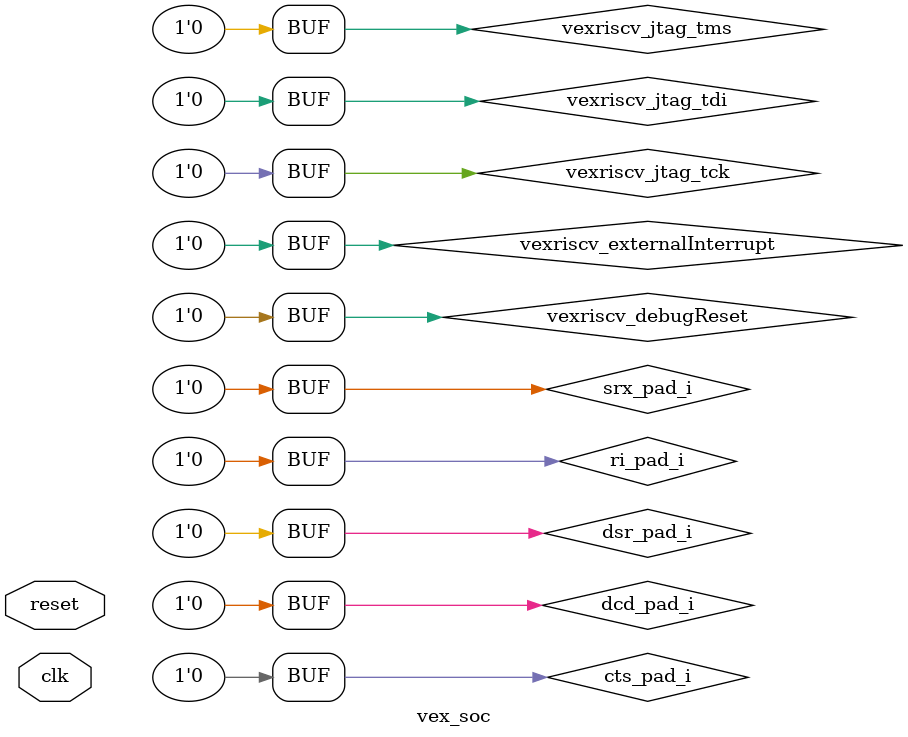
<source format=v>
/*
Top-level module for the Vexriscv SoC with AXI RAM and AXI Interconnect
*/
`default_nettype none

module vex_soc (
    input wire      reset,
    input wire      clk
);
    wire   	      	vexriscv_dBusAxi_ar_ready;
    wire   	      	vexriscv_dBusAxi_aw_ready;
    wire    [7:0] 	vexriscv_dBusAxi_b_payload_id;
    wire    [1:0] 	vexriscv_dBusAxi_b_payload_resp;
    wire          	vexriscv_dBusAxi_b_valid;
    reg    	[31:0]	vexriscv_dBusAxi_rf_payload_data;
    wire   	[7:0] 	vexriscv_dBusAxi_r_payload_id;
    wire          	vexriscv_dBusAxi_r_payload_last;
    wire    [1:0] 	vexriscv_dBusAxi_r_payload_resp;
    wire   	      	vexriscv_dBusAxi_r_valid;
    wire    	    vexriscv_dBusAxi_w_ready;
    wire   	      	vexriscv_debugReset = 1'd0;
    wire   	      	vexriscv_externalInterrupt  = 1'd0;
    wire          	vexriscv_iBusAxi_ar_ready;
    wire    [31:0]	vexriscv_iBusAxi_r_payload_data;
    wire    [7:0] 	vexriscv_iBusAxi_r_payload_id;
    wire          	vexriscv_iBusAxi_r_payload_last;
    wire    [1:0] 	vexriscv_iBusAxi_r_payload_resp;
    wire          	vexriscv_iBusAxi_r_valid;
    reg    	      	vexriscv_jtag_tck = 1'd0;
    reg    	      	vexriscv_jtag_tdi = 1'd0;
    reg    	      	vexriscv_jtag_tms = 1'd0;
    wire   	      	vexriscv_reset;
    wire 	[2:0] 	vexriscv_dBusAxi_ar_payload_size;
    wire 	[3:0] 	vexriscv_dBusAxi_ar_payload_qos;
    wire 	[7:0] 	vexriscv_dBusAxi_ar_payload_id;
    wire   	      	vexriscv_iBusAxi_ar_valid;
    reg    	      	vexriscv_iBusAxi_ar_first;
    reg    	      	vexriscv_iBusAxi_ar_last;
    wire 	[31:0]	vexriscv_iBusAxi_ar_payload_addr;
    wire 	[1:0] 	vexriscv_iBusAxi_ar_payload_burst;
    wire 	[7:0] 	vexriscv_iBusAxi_ar_payload_len;
    wire 	[2:0] 	vexriscv_iBusAxi_ar_payload_size;
    wire 	[1:0] 	vexriscv_iBusAxi_ar_payload_lock;
    wire 	[2:0] 	vexriscv_iBusAxi_ar_payload_prot;
    wire	[3:0] 	vexriscv_iBusAxi_ar_payload_cache;
    wire 	[3:0] 	vexriscv_iBusAxi_ar_payload_qos;
    wire   	      	vexriscv_dBusAxi_ar_valid;
    reg    	      	vexriscv_dBusAxi_ar_first;
    reg    	      	vexriscv_dBusAxi_ar_last;
    wire 	[31:0]	vexriscv_dBusAxi_ar_payload_addr;
    wire 	[1:0] 	vexriscv_dBusAxi_ar_payload_burst;
    wire 	[7:0] 	vexriscv_dBusAxi_ar_payload_len;
    wire   	      	vexriscv_dBusAxi_ar_payload_lock;
    wire 	[2:0] 	vexriscv_dBusAxi_ar_payload_prot;
    wire	[31:0]	vexriscv_dBusAxi_r_payload_data;
    wire	[3:0] 	vexriscv_dBusAxi_ar_payload_cache;
    wire	[31:0]	vexriscv_dBusAxi_aw_payload_addr;
    wire	[1:0] 	vexriscv_dBusAxi_aw_payload_burst;
    wire	[7:0] 	vexriscv_dBusAxi_aw_payload_len;
    wire	[3:0] 	vexriscv_dBusAxi_aw_payload_size;
    wire   	      	vexriscv_dBusAxi_aw_payload_lock;
    wire	[2:0] 	vexriscv_dBusAxi_aw_payload_prot;
    wire	[3:0] 	vexriscv_dBusAxi_aw_payload_cache;
    wire	[3:0] 	vexriscv_dBusAxi_aw_payload_qos;
    wire   	      	vexriscv_dBusAxi_aw_payload_id;
    wire   	      	vexriscv_dBusAxi_aw_valid;
    reg    	      	vexriscv_dBusAxi_aw_first;
    reg    	      	vexriscv_dBusAxi_aw_last;
    wire   	      	vexriscv_dBusAxi_b_ready;
    wire   	      	vexriscv_dBusAxi_r_ready;
    wire   	      	vexriscv_iBusAxi_r_ready;
    wire	[31:0]	vexriscv_dBusAxi_w_payload_data;
    wire	[31:0]	axilitesram1_dat_w;
    wire	[3:0] 	vexriscv_dBusAxi_w_payload_strb;
    wire   	      	vexriscv_dBusAxi_w_last;
    wire   	      	vexriscv_dBusAxi_w_valid;
    wire   	      	vexriscv_iBusAxi_ar_payload_id;
    wire   	      	vexriscv_jtag_tdo;
    wire	[3:0] 	vexriscv_dBusAxi_ar_payload_region;
    wire   	      	vexriscv_dBusAxi_w_payload_last;
    wire   			vexriscv_dBusAxi_aw_payload_user;
    wire			vexriscv_dBusAxi_w_payload_user;
    wire			vexriscv_dBusAxi_b_payload_user;
    wire			vexriscv_dBusAxi_ar_payload_user;
    wire			vexriscv_dBusAxi_r_payload_user;
    wire   	      	vexriscv5;
    wire   	      	vexriscv6;
    wire   	      	vexriscv7;
    wire   	      	vexriscv8;
    wire    [7:0]  	axi4_m00_axi_awid;
    wire    [31:0] 	axi4_m00_axi_awaddr;
    wire    [7:0]   axi4_m00_axi_awlen;
    wire    [2:0]   axi4_m00_axi_awsize;
    wire    [1:0]   axi4_m00_axi_awburst;
    wire           	axi4_m00_axi_awlock;
    wire    [3:0]   axi4_m00_axi_awcache;
    wire    [2:0]   axi4_m00_axi_awprot;
    wire           	axi4_m00_axi_awvalid;
    wire           	axi4_m00_axi_awready;
    wire    [31:0]  axi4_m00_axi_wdata;
    wire    [3:0]   axi4_m00_axi_wstrb;
    wire           	axi4_m00_axi_wlast;
    wire           	axi4_m00_axi_wvalid;
    wire           	axi4_m00_axi_wready;
    wire   	[7:0]   axi4_m00_axi_bid;
    wire   	[1:0]   axi4_m00_axi_bresp;
    wire           	axi4_m00_axi_bvalid;
    wire           	axi4_m00_axi_bready;
    wire    [7:0]   axi4_m00_axi_arid;
    wire    [31:0]  axi4_m00_axi_araddr;
    wire    [7:0]   axi4_m00_axi_arlen;
    wire    [2:0]   axi4_m00_axi_arsize;
    wire    [1:0]   axi4_m00_axi_arburst;
    wire           	axi4_m00_axi_arlock;
    wire    [3:0]   axi4_m00_axi_arcache;
    wire    [2:0]   axi4_m00_axi_arprot;
    wire           	axi4_m00_axi_arvalid;
    wire           	axi4_m00_axi_arready;
    wire   	[7:0]   axi4_m00_axi_rid;
    wire   	[31:0]  axi4_m00_axi_rdata;
    wire   	[1:0]   axi4_m00_axi_rresp;
    wire           	axi4_m00_axi_rlast;
    wire           	axi4_m00_axi_rvalid;
    wire            axi4_m00_axi_rready;
    wire			axi4_m00_axi_buser;
    wire 			axi4_m00_axi_ruser;
    wire            	o_int;

    //-----------AXI4 interconnect----------

    wire     [7:0]  axi4_m01_axi_awid;
    wire     [31:0] axi4_m01_axi_awaddr;
    wire     [7:0]  axi4_m01_axi_awlen;
    wire     [2:0]  axi4_m01_axi_awsize;
    wire     [1:0]  axi4_m01_axi_awburst;
    wire       	    axi4_m01_axi_awlock;
    wire     [3:0]  axi4_m01_axi_awcache;
    wire     [2:0]  axi4_m01_axi_awprot;
    wire            axi4_m01_axi_awvalid;
    wire            axi4_m01_axi_awready;
    wire     [31:0] axi4_m01_axi_wdata;
    wire     [3:0]  axi4_m01_axi_wstrb;
    wire            axi4_m01_axi_wlast;
    wire           	axi4_m01_axi_wvalid;
    wire           	axi4_m01_axi_wready;
    wire    [7:0]   axi4_m01_axi_bid;
    wire    [1:0]   axi4_m01_axi_bresp;
    wire           	axi4_m01_axi_bvalid;
    wire            axi4_m01_axi_bready;
    wire     [7:0]  axi4_m01_axi_arid;
    wire     [31:0] axi4_m01_axi_araddr;
    wire     [7:0]  axi4_m01_axi_arlen;
    wire     [2:0]  axi4_m01_axi_arsize;
    wire     [1:0]  axi4_m01_axi_arburst;
    wire            axi4_m01_axi_arlock;
    wire     [3:0]  axi4_m01_axi_arcache;
    wire     [2:0]  axi4_m01_axi_arprot;
    wire            axi4_m01_axi_arvalid;
    wire            axi4_m01_axi_arready;
    wire    [7:0]   axi4_m01_axi_rid;
    wire    [31:0]  axi4_m01_axi_rdata;
    wire    [1:0]   axi4_m01_axi_rresp;
    wire           	axi4_m01_axi_rlast;
    wire           	axi4_m01_axi_rvalid;
    wire            axi4_m01_axi_rready;
    wire			axi4_m01_axi_buser;
    wire 			axi4_m01_axi_ruser;



    wire     [7:0]  axi4_m02_axi_awid;
    wire     [31:0] axi4_m02_axi_awaddr;
    wire     [7:0]  axi4_m02_axi_awlen;
    wire     [2:0]  axi4_m02_axi_awsize;
    wire     [1:0]  axi4_m02_axi_awburst;
    wire       	    axi4_m02_axi_awlock;
    wire     [3:0]  axi4_m02_axi_awcache;
    wire     [2:0]  axi4_m02_axi_awprot;
    wire            axi4_m02_axi_awvalid;
    wire            axi4_m02_axi_awready;
    wire     [31:0] axi4_m02_axi_wdata;
    wire     [3:0]  axi4_m02_axi_wstrb;
    wire            axi4_m02_axi_wlast;
    wire            axi4_m02_axi_wvalid;
    wire           	axi4_m02_axi_wready;
    wire    [7:0]   axi4_m02_axi_bid;
    wire    [1:0]   axi4_m02_axi_bresp;
    wire           	axi4_m02_axi_bvalid;
    wire            axi4_m02_axi_bready;
    wire     [7:0]  axi4_m02_axi_arid;
    wire     [31:0] axi4_m02_axi_araddr;
    wire     [7:0]  axi4_m02_axi_arlen;
    wire     [2:0]  axi4_m02_axi_arsize;
    wire     [1:0]  axi4_m02_axi_arburst;
    wire            axi4_m02_axi_arlock;
    wire     [3:0]  axi4_m02_axi_arcache;
    wire     [2:0]  axi4_m02_axi_arprot;
    wire            axi4_m02_axi_arvalid;
    wire           	axi4_m02_axi_arready;
    wire    [7:0]   axi4_m02_axi_rid;
    wire    [31:0]  axi4_m02_axi_rdata;
    wire    [1:0]   axi4_m02_axi_rresp;
    wire           	axi4_m02_axi_rlast;
    wire           	axi4_m02_axi_rvalid;
    wire            axi4_m02_axi_rready;
    wire			axi4_m02_axi_buser;
    wire 			axi4_m02_axi_ruser;

//----------------offset_remove_comb-----
    wire    [31:0] 	axi_addr;
    wire    [31:0] 	addr_without_offset;
//-----------AXI2AXILite Interconnections


    wire    [31:0]  axi2axil_awaddr;
    wire    [2:0]   axi2axil_awprot;
    wire            axi2axil_awvalid;
    wire            axi2axil_awready;
    wire    [31:0]  axi2axil_wdata;
    wire    [3:0]   axi2axil_wstrb;
    wire            axi2axil_wvalid;
    wire            axi2axil_wready;
    wire    [1:0]   axi2axil_bresp;
    wire            axi2axil_bvalid;
    wire            axi2axil_bready;
    wire    [31:0]  axi2axil_araddr;
    wire    [2:0]   axi2axil_arprot;
    wire            axi2axil_arvalid;
    wire            axi2axil_arready;
    wire            axi2axil_rvalid;
    wire            axi2axil_rready;
    wire    [31:0]  axi2axil_rdata;
    wire    [1:0]   axi2axil_rresp; 



//------	-Ram--	---------------    
    reg 	[7:0] 	ram_s_axi_awid; 
    reg 	[31:0]	ram_s_axi_awaddr; 
    reg 	[7:0] 	ram_s_axi_awlen; 
    reg 	[2:0] 	ram_s_axi_awsize; 
    reg 	[1:0] 	ram_s_axi_awburst; 
    reg 	      	ram_s_axi_awlock; 
    reg 	[3:0] 	ram_s_axi_awcache; 
    reg 	[2:0] 	ram_s_axi_awprot; 
    reg 	      	ram_s_axi_awvalid; 
    wire	      	ram_s_axi_awready; 
    reg 	[31:0]	ram_s_axi_wdata; 
    reg 	[3:0] 	ram_s_axi_wstrb; 
    reg 	      	ram_s_axi_wlast; 
    reg 	      	ram_s_axi_wvalid; 
    wire	      	ram_s_axi_wready; 
    wire	[7:0] 	ram_s_axi_bid; 
    wire	[1:0] 	ram_s_axi_bresp; 
    wire	      	ram_s_axi_bvalid; 
    reg 	      	ram_s_axi_bready; 
    reg 	[7:0] 	ram_s_axi_arid; 
    reg 	[31:0]	ram_s_axi_araddr; 
    reg 	[7:0] 	ram_s_axi_arlen; 
    reg 	[2:0] 	ram_s_axi_arsize; 
    reg 	[1:0] 	ram_s_axi_arburst; 
    reg 	      	ram_s_axi_arlock; 
    reg 	[3:0] 	ram_s_axi_arcache; 
    reg 	[2:0] 	ram_s_axi_arprot; 
    reg 	      	ram_s_axi_arvalid; 
    wire	      	ram_s_axi_arready; 
    wire	[7:0] 	ram_s_axi_rid; 
    wire	[31:0]	ram_s_axi_rdata; 
    wire	[1:0] 	ram_s_axi_rresp; 
    wire	      	ram_s_axi_rlast; 
    wire	      	ram_s_axi_rvalid; 

//------------AXILite Interconnect---------//
    wire            axil_m00_awvalid;
    wire            axil_m00_awready;
    wire   [31:0]   axil_m00_awaddr;
    wire   [2:0]    axil_m00_awprot;
    wire            axil_m00_wvalid;
    wire            axil_m00_wready;
    wire   [31:0]   axil_m00_wdata;
    wire   [3:0]    axil_m00_wstrb;
    wire            axil_m00_bvalid;
    wire            axil_m00_bready;
    wire   [1:0]    axil_m00_bresp;
    wire            axil_m00_arvalid;
    wire            axil_m00_arready;
    wire   [31:0]   axil_m00_araddr;
    wire   [2:0]    axil_m00_arprot;
    wire            axil_m00_rvalid;
    wire            axil_m00_rready;
    wire   [1:0]    axil_m00_rresp;
    wire   [31:0]   axil_m00_rdata;
    wire            axil_m01_awvalid;
    wire            axil_m01_awready;
    wire   [31:0]   axil_m01_awaddr;
    wire   [2:0]    axil_m01_awprot;
    wire            axil_m01_wvalid;
    wire            axil_m01_wready;
    wire   [31:0]   axil_m01_wdata;
    wire   [3:0]    axil_m01_wstrb;
    wire            axil_m01_bvalid;
    wire            axil_m01_bready;
    wire   [1:0]    axil_m01_bresp;
    wire            axil_m01_arvalid;
    wire            axil_m01_arready;
    wire   [31:0]   axil_m01_araddr;
    wire   [2:0]    axil_m01_arprot;
    wire            axil_m01_rvalid;
    wire            axil_m01_rready;
    wire   [1:0]    axil_m01_rresp;
    wire   [31:0]   axil_m01_rdata;


//------------Uart ports---------------------------
    wire            int_o;
    reg             srx_pad_i = 1'd0;
    wire            stx_pad_o;
    wire            rts_pad_o;
    reg             cts_pad_i = 1'd0;
    wire            dtr_pad_o;
    reg             dsr_pad_i = 1'd0;
    reg             ri_pad_i = 1'd0;
    reg             dcd_pad_i = 1'd0;

//----------------Instansiation------------//
	// Turning 8 bit data to 32 bit for compatibility
    wire     [31:0]  temp_wire;
    assign temp_wire = {axil_m01_rdata, axil_m01_rdata, axil_m01_rdata, axil_m01_rdata};


//-----------Instruction AXI RAM----------

axi_ram ram_inst(
    .clk						(clk),
    .rst						(reset),
    .s_axi_awid					(ram_s_axi_awid),
    .s_axi_awaddr				(ram_s_axi_awaddr),
    .s_axi_awlen				(ram_s_axi_awlen),
    .s_axi_awsize				(ram_s_axi_awsize),
    .s_axi_awburst				(ram_s_axi_awburst),
    .s_axi_awlock				(ram_s_axi_awlock),
    .s_axi_awcache				(ram_s_axi_awcache),
    .s_axi_awprot				(ram_s_axi_awprot),
    .s_axi_awvalid				(ram_s_axi_awvalid),
    .s_axi_awready				(ram_s_axi_awready),
    .s_axi_wdata				(ram_s_axi_wdata),
    .s_axi_wstrb				(ram_s_axi_wstrb),
    .s_axi_wlast				(ram_s_axi_wlast),
    .s_axi_wvalid				(ram_s_axi_wvalid),
    .s_axi_wready				(ram_s_axi_wready),
    .s_axi_bid					(ram_s_axi_bid),
    .s_axi_bresp				(ram_s_axi_bresp),
    .s_axi_bvalid				(ram_s_axi_bvalid),
    .s_axi_bready				(ram_s_axi_bready),
    .s_axi_arid					(vexriscv_iBusAxi_ar_payload_id),
    .s_axi_araddr				(vexriscv_iBusAxi_ar_payload_addr),
    .s_axi_arlen				(vexriscv_iBusAxi_ar_payload_len),
    .s_axi_arsize				(vexriscv_iBusAxi_ar_payload_size),
    .s_axi_arburst				(vexriscv_iBusAxi_ar_payload_burst),
    .s_axi_arlock				(vexriscv_iBusAxi_ar_payload_lock),
    .s_axi_arcache				(vexriscv_iBusAxi_ar_payload_cache),
    .s_axi_arprot				(vexriscv_iBusAxi_ar_payload_prot),
    .s_axi_arvalid				(vexriscv_iBusAxi_ar_valid),
    .s_axi_arready				(vexriscv_iBusAxi_ar_ready),
    .s_axi_rid					(vexriscv_iBusAxi_r_payload_id),
    .s_axi_rdata				(vexriscv_iBusAxi_r_payload_data),
    .s_axi_rresp				(vexriscv_iBusAxi_r_payload_resp),
    .s_axi_rlast				(vexriscv_iBusAxi_r_payload_last),
    .s_axi_rvalid				(vexriscv_iBusAxi_r_valid),
    .s_axi_rready				(vexriscv_iBusAxi_r_ready)
	);




//---------------VexRiscv----------------

VexRiscvAxi4 cpu(
	.clk						(clk),
	.dBusAxi_ar_ready			(vexriscv_dBusAxi_ar_ready),
	.dBusAxi_aw_ready			(vexriscv_dBusAxi_aw_ready),
	.dBusAxi_b_payload_id		(vexriscv_dBusAxi_b_payload_id),
	.dBusAxi_b_payload_resp		(vexriscv_dBusAxi_b_payload_resp),
	.dBusAxi_b_valid			(vexriscv_dBusAxi_b_valid),
	.dBusAxi_r_payload_data		(vexriscv_dBusAxi_r_payload_data),
	.dBusAxi_r_payload_id		(vexriscv_dBusAxi_r_payload_id),
	.dBusAxi_r_payload_last		(vexriscv_dBusAxi_r_payload_last),
	.dBusAxi_r_payload_resp		(vexriscv_dBusAxi_r_payload_resp),
	.dBusAxi_r_valid			(vexriscv_dBusAxi_r_valid),
	.dBusAxi_w_ready			(vexriscv_dBusAxi_w_ready),
	.debugReset					(vexriscv_debugReset),
	.externalInterrupt			(vexriscv_externalInterrupt),
	.iBusAxi_ar_ready			(vexriscv_iBusAxi_ar_ready),
	.iBusAxi_r_payload_data		(vexriscv_iBusAxi_r_payload_data),
	.iBusAxi_r_payload_id		(vexriscv_iBusAxi_r_payload_id),
	.iBusAxi_r_payload_last		(vexriscv_iBusAxi_r_payload_last),
	.iBusAxi_r_payload_resp		(vexriscv_iBusAxi_r_payload_resp),
	.iBusAxi_r_valid			(vexriscv_iBusAxi_r_valid),
	.jtag_tck					(vexriscv_jtag_tck),
	.jtag_tdi					(vexriscv_jtag_tdi),
	.jtag_tms					(vexriscv_jtag_tms),
	.reset						(reset),
	.softwareInterrupt			(1'd0),
	.timerInterrupt				(1'd0),
	.dBusAxi_ar_payload_addr	(vexriscv_dBusAxi_ar_payload_addr),
	.dBusAxi_ar_payload_burst	(vexriscv_dBusAxi_ar_payload_burst),
	.dBusAxi_ar_payload_cache	(vexriscv_dBusAxi_ar_payload_cache),
	.dBusAxi_ar_payload_id		(vexriscv_dBusAxi_ar_payload_id),
	.dBusAxi_ar_payload_len		(vexriscv_dBusAxi_ar_payload_len),
	.dBusAxi_ar_payload_lock	(vexriscv_dBusAxi_ar_payload_lock),
	.dBusAxi_ar_payload_prot	(vexriscv_dBusAxi_ar_payload_prot),
	.dBusAxi_ar_payload_qos		(vexriscv_dBusAxi_ar_payload_qos),
	.dBusAxi_ar_payload_region	(vexriscv_dBusAxi_ar_payload_region),
	.dBusAxi_ar_payload_size	(vexriscv_dBusAxi_ar_payload_size),
	.dBusAxi_ar_valid			(vexriscv_dBusAxi_ar_valid),
	.dBusAxi_aw_payload_addr	(vexriscv_dBusAxi_aw_payload_addr),
	.dBusAxi_aw_payload_burst	(vexriscv_dBusAxi_aw_payload_burst),
	.dBusAxi_aw_payload_cache	(vexriscv_dBusAxi_aw_payload_cache),
	.dBusAxi_aw_payload_id		(vexriscv_dBusAxi_aw_payload_id),
	.dBusAxi_aw_payload_len		(vexriscv_dBusAxi_aw_payload_len),
	.dBusAxi_aw_payload_lock	(vexriscv_dBusAxi_aw_payload_lock),
	.dBusAxi_aw_payload_prot	(vexriscv_dBusAxi_aw_payload_prot),
	.dBusAxi_aw_payload_qos		(vexriscv_dBusAxi_aw_payload_qos),
	.dBusAxi_aw_payload_region	(vexriscv6),
	.dBusAxi_aw_payload_size	(vexriscv_dBusAxi_aw_payload_size),
	.dBusAxi_aw_valid			(vexriscv_dBusAxi_aw_valid),
	.dBusAxi_b_ready			(vexriscv_dBusAxi_b_ready),
	.dBusAxi_r_ready			(vexriscv_dBusAxi_r_ready),
	.dBusAxi_w_payload_data		(vexriscv_dBusAxi_w_payload_data),
	.dBusAxi_w_payload_last		(vexriscv_dBusAxi_w_payload_last),
	.dBusAxi_w_payload_strb		(vexriscv_dBusAxi_w_payload_strb),
	.dBusAxi_w_valid			(vexriscv_dBusAxi_w_valid),
	.iBusAxi_ar_payload_addr	(vexriscv_iBusAxi_ar_payload_addr),
	.iBusAxi_ar_payload_burst	(vexriscv_iBusAxi_ar_payload_burst),
	.iBusAxi_ar_payload_cache	(vexriscv_iBusAxi_ar_payload_cache),
	.iBusAxi_ar_payload_id		(vexriscv_iBusAxi_ar_payload_id),
	.iBusAxi_ar_payload_len		(vexriscv_iBusAxi_ar_payload_len),
	.iBusAxi_ar_payload_lock	(vexriscv_iBusAxi_ar_payload_lock),
	.iBusAxi_ar_payload_prot	(vexriscv_iBusAxi_ar_payload_prot),
	.iBusAxi_ar_payload_qos		(vexriscv_iBusAxi_ar_payload_qos),
	.iBusAxi_ar_payload_region	(vexriscv7),
	.iBusAxi_ar_payload_size	(vexriscv_iBusAxi_ar_payload_size),
	.iBusAxi_ar_valid			(vexriscv_iBusAxi_ar_valid),
	.iBusAxi_r_ready			(vexriscv_iBusAxi_r_ready),
	.jtag_tdo					(vexriscv5),
	.debug_resetOut				(vexriscv8)
	);


//-----------AXI2AXILite Bridge---------------------

//--------------------------------------------------

axi2axilite axi2axil(
    //----------AXI4 Slave Interface
    .S_AXI_ACLK                 (clk),
    .S_AXI_ARESETN              (!reset),
    .S_AXI_AWVALID              (vexriscv_dBusAxi_aw_valid),
    .S_AXI_AWREADY              (vexriscv_dBusAxi_aw_ready),
    .S_AXI_AWID                 (vexriscv_dBusAxi_aw_payload_id),
    .S_AXI_AWADDR               (vexriscv_dBusAxi_aw_payload_addr),
    .S_AXI_AWLEN                (vexriscv_dBusAxi_aw_payload_len),
    .S_AXI_AWSIZE               (vexriscv_dBusAxi_aw_payload_size),
    .S_AXI_AWBURST              (vexriscv_dBusAxi_aw_payload_burst),
    .S_AXI_AWLOCK               (vexriscv_dBusAxi_aw_payload_lock),
    .S_AXI_AWCACHE              (vexriscv_dBusAxi_aw_payload_cache),
    .S_AXI_AWPROT               (vexriscv_dBusAxi_aw_payload_prot),
    .S_AXI_AWQOS                (vexriscv_dBusAxi_aw_payload_qos),
    .S_AXI_WVALID               (vexriscv_dBusAxi_w_valid),
    .S_AXI_WREADY               (vexriscv_dBusAxi_w_ready),
    .S_AXI_WDATA                (vexriscv_dBusAxi_w_payload_data),
    .S_AXI_WSTRB                (vexriscv_dBusAxi_w_payload_strb),
    .S_AXI_WLAST                (vexriscv_dBusAxi_w_payload_last),
    .S_AXI_BVALID               (vexriscv_dBusAxi_b_valid),
    .S_AXI_BREADY               (vexriscv_dBusAxi_b_ready),
    .S_AXI_BID                  (vexriscv_dBusAxi_b_payload_id),
    .S_AXI_BRESP                (vexriscv_dBusAxi_b_payload_resp),
    .S_AXI_ARVALID              (vexriscv_dBusAxi_ar_valid),
    .S_AXI_ARREADY              (vexriscv_dBusAxi_ar_ready),
    .S_AXI_ARID                 (vexriscv_dBusAxi_ar_payload_id),
    .S_AXI_ARADDR               (vexriscv_dBusAxi_ar_payload_addr),
    .S_AXI_ARLEN                (vexriscv_dBusAxi_ar_payload_len),
    .S_AXI_ARSIZE               (vexriscv_dBusAxi_ar_payload_size),
    .S_AXI_ARBURST              (vexriscv_dBusAxi_ar_payload_burst),
    .S_AXI_ARLOCK               (vexriscv_dBusAxi_ar_payload_lock),
    .S_AXI_ARCACHE              (vexriscv_dBusAxi_ar_payload_cache),
    .S_AXI_ARPROT               (vexriscv_dBusAxi_ar_payload_prot),
    .S_AXI_ARQOS                (vexriscv_dBusAxi_ar_payload_qos),
    .S_AXI_RVALID               (vexriscv_dBusAxi_r_valid),
    .S_AXI_RREADY               (vexriscv_dBusAxi_r_ready),
    .S_AXI_RID                  (vexriscv_dBusAxi_r_payload_id),
    .S_AXI_RDATA                (vexriscv_dBusAxi_r_payload_data),
    .S_AXI_RRESP                (vexriscv_dBusAxi_r_payload_resp),
    .S_AXI_RLAST                (vexriscv_dBusAxi_r_payload_last),
    //----------AXI4 Lite Master Interface
    .M_AXI_AWADDR               (axi2axil_awaddr),
    .M_AXI_AWPROT               (axi2axil_awprot),
    .M_AXI_AWVALID              (axi2axil_awvalid),
    .M_AXI_AWREADY              (axi2axil_awready),
    .M_AXI_WDATA                (axi2axil_wdata),
    .M_AXI_WSTRB                (axi2axil_wstrb),
    .M_AXI_WVALID               (axi2axil_wvalid),
    .M_AXI_WREADY               (axi2axil_wready),
    .M_AXI_BRESP                (axi2axil_bresp),
    .M_AXI_BVALID               (axi2axil_bvalid),
    .M_AXI_BREADY               (axi2axil_bready),
    .M_AXI_ARADDR               (axi2axil_araddr),
    .M_AXI_ARPROT               (axi2axil_arprot),
    .M_AXI_ARVALID              (axi2axil_arvalid),
    .M_AXI_ARREADY              (axi2axil_arready),
    .M_AXI_RVALID               (axi2axil_rvalid),
    .M_AXI_RREADY               (axi2axil_rready),
    .M_AXI_RDATA                (axi2axil_rdata),
    .M_AXI_RRESP                (axi2axil_rresp)
	);

axil_interconnect_1x2 axil_interconnect_1x2 (
    .clk                        (clk),
    .rst                        (reset),
    .s00_axil_awvalid           (axi2axil_awvalid),
    .s00_axil_awready           (axi2axil_awready),
    .s00_axil_awaddr            (axi2axil_awaddr),
    .s00_axil_awprot            (axi2axil_awprot),
    .s00_axil_wvalid            (axi2axil_wvalid),
    .s00_axil_wready            (axi2axil_wready),
    .s00_axil_wdata             (axi2axil_wdata),
    .s00_axil_wstrb             (axi2axil_wstrb),
    .s00_axil_bvalid            (axi2axil_bvalid),
    .s00_axil_bready            (axi2axil_bready),
    .s00_axil_bresp             (axi2axil_bresp),
    .s00_axil_arvalid           (axi2axil_arvalid),
    .s00_axil_arready           (axi2axil_arready),
    .s00_axil_araddr            (axi2axil_araddr),
    .s00_axil_arprot            (axi2axil_arprot),
    .s00_axil_rvalid            (axi2axil_rvalid),
    .s00_axil_rready            (axi2axil_rready),
    .s00_axil_rresp             (axi2axil_rresp),
    .s00_axil_rdata             (axi2axil_rdata),
    .m00_axil_awvalid           (axil_m00_awvalid),
    .m00_axil_awready           (axil_m00_awready),
    .m00_axil_awaddr            (axil_m00_awaddr),
    .m00_axil_awprot            (axil_m00_awprot),
    .m00_axil_wvalid            (axil_m00_wvalid),
    .m00_axil_wready            (axil_m00_wready),
    .m00_axil_wdata             (axil_m00_wdata),
    .m00_axil_wstrb             (axil_m00_wstrb),
    .m00_axil_bvalid            (axil_m00_bvalid),
    .m00_axil_bready            (axil_m00_bready),
    .m00_axil_bresp             (axil_m00_bresp),
    .m00_axil_arvalid           (axil_m00_arvalid),
    .m00_axil_arready           (axil_m00_arready),
    .m00_axil_araddr            (axil_m00_araddr),
    .m00_axil_arprot            (axil_m00_arprot),
    .m00_axil_rvalid            (axil_m00_rvalid),
    .m00_axil_rready            (axil_m00_rready),
    .m00_axil_rresp             (axil_m00_rresp),
    .m00_axil_rdata             (axil_m00_rdata),
    .m01_axil_awvalid           (axil_m01_awvalid),
    .m01_axil_awready           (axil_m01_awready),
    .m01_axil_awaddr            (axil_m01_awaddr),
    .m01_axil_awprot            (axil_m01_awprot),
    .m01_axil_wvalid            (axil_m01_wvalid),
    .m01_axil_wready            (axil_m01_wready),
    .m01_axil_wdata             (axil_m01_wdata),
    .m01_axil_wstrb             (axil_m01_wstrb),
    .m01_axil_bvalid            (axil_m01_bvalid),
    .m01_axil_bready            (axil_m01_bready),
    .m01_axil_bresp             (axil_m01_bresp),
    .m01_axil_arvalid           (axil_m01_arvalid),
    .m01_axil_arready           (axil_m01_arready),
    .m01_axil_araddr            (axil_m01_araddr),
    .m01_axil_arprot            (axil_m01_arprot),
    .m01_axil_rvalid            (axil_m01_rvalid),
    .m01_axil_rready            (axil_m01_rready),
    .m01_axil_rresp             (axil_m01_rresp),
    .m01_axil_rdata             (axil_m01_rdata)

);
//-----------offset_remove_comb----------
offset_remove_comb remove_offset(
    .in_addr					(axil_m00_awaddr),
    .out_addr					(addr_without_offset)
);

//-----------AXI CDMA---------------


axi_cdma  axi_cdma (
    .S_AXI_ACLK 				(clk ),
    .S_AXI_ARESETN 				(!reset ),
    .S_AXIL_AWVALID 			(axil_m00_awvalid ),
    .S_AXIL_AWREADY 			(axil_m00_awready ),
    .S_AXIL_AWADDR 				(addr_without_offset ),
    .S_AXIL_AWPROT 				(axil_m00_awprot ),
    .S_AXIL_WVALID 				(axil_m00_wvalid ),
    .S_AXIL_WREADY 				(axil_m00_wready ),
    .S_AXIL_WDATA 				(axil_m00_wdata ),
    .S_AXIL_WSTRB 				(axil_m00_wstrb ),
    .S_AXIL_BVALID 				(axil_m00_bvalid ),
    .S_AXIL_BREADY 				(axil_m00_bready ),
    .S_AXIL_BRESP 				(axil_m00_bresp ),
    .S_AXIL_ARVALID 			(axil_m00_arvalid ),
    .S_AXIL_ARREADY 			(axil_m00_arready ),
    .S_AXIL_ARADDR 				(axil_m00_araddr ),
    .S_AXIL_ARPROT 				(axil_m00_arprot ),
    .S_AXIL_RVALID 				(axil_m00_rvalid ),
    .S_AXIL_RREADY 				(axil_m00_rready ),
    .S_AXIL_RDATA 				(axil_m00_rdata ),
    .S_AXIL_RRESP 				(axil_m00_rresp ),


    .M_AXI_AWVALID 				(axi4_m00_axi_awvalid),
    .M_AXI_AWREADY 				(axi4_m00_axi_awready ),
    .M_AXI_AWID 				(axi4_m00_axi_awid ),
    .M_AXI_AWADDR 				(axi4_m00_axi_awaddr),
    .M_AXI_AWLEN 				(axi4_m00_axi_awlen),
    .M_AXI_AWSIZE 				(axi4_m00_axi_awsize ),
    .M_AXI_AWBURST 				(axi4_m00_axi_awburst),
    .M_AXI_AWLOCK 				(axi4_m00_axi_awlock ),
    .M_AXI_AWCACHE 				(axi4_m00_axi_awcache ),
    .M_AXI_AWPROT 				(axi4_m00_axi_awprot),
    .M_AXI_AWQOS 				( ),
    .M_AXI_WVALID 				(axi4_m00_axi_wvalid),
    .M_AXI_WREADY 				(axi4_m00_axi_wready),
    .M_AXI_WDATA 				(axi4_m00_axi_wdata),
    .M_AXI_WSTRB 				(axi4_m00_axi_wstrb),
    .M_AXI_WLAST 				(axi4_m00_axi_wlast),
    .M_AXI_BVALID 				(axi4_m00_axi_bvalid),
    .M_AXI_BREADY 				(axi4_m00_axi_bready),
    .M_AXI_BID 					(axi4_m00_axi_bid),
    .M_AXI_BRESP 				(axi4_m00_axi_bresp),
    .M_AXI_ARVALID 				(axi4_m00_axi_arvalid ),
    .M_AXI_ARREADY 				(axi4_m00_axi_arready ),
    .M_AXI_ARID 				(axi4_m00_axi_arid ),
    .M_AXI_ARADDR 				(axi4_m00_axi_araddr ),
    .M_AXI_ARLEN				(axi4_m00_axi_arlen),
    .M_AXI_ARSIZE 				(axi4_m00_axi_arsize ),
    .M_AXI_ARBURST 				(axi4_m00_axi_arburst),
    .M_AXI_ARLOCK 				(axi4_m00_axi_arlock),
    .M_AXI_ARCACHE 				(axi4_m00_axi_arcache),
    .M_AXI_ARPROT 				(axi4_m00_axi_arprot),
    .M_AXI_ARQOS 				( ),
    .M_AXI_RVALID 				(axi4_m00_axi_rvalid),
    .M_AXI_RREADY 				(axi4_m00_axi_rready ),
    .M_AXI_RID 					(axi4_m00_axi_rid ),
    .M_AXI_RDATA 				(axi4_m00_axi_rdata),
    .M_AXI_RLAST 				(axi4_m00_axi_rlast ),
    .M_AXI_RRESP 				(axi4_m00_axi_rresp ),
    .o_int  					(o_int)
  );


 
//-----------AXILite UART-----------------

axi4lite_uart_top uart(
    .s_axi_aclk                 (clk),
    .s_axi_aresetn              (!reset),
    .s_axi_awvalid              (axil_m01_awvalid),
    .s_axi_awaddr               (axil_m01_awaddr),
    .s_axi_awprot               (axil_m01_awprot),
    .s_axi_awready              (axil_m01_awready),
    .s_axi_wvalid               (axil_m01_wvalid),
    .s_axi_wdata                (axil_m01_wdata),
    .s_axi_wstrb                (axil_m01_wstrb),
    .s_axi_wready               (axil_m01_wready),
    .s_axi_bvalid               (axil_m01_bvalid),
    .s_axi_bresp                (axil_m01_bresp),
    .s_axi_bready               (axil_m01_bready),
    .s_axi_arvalid              (axil_m01_arvalid),
    .s_axi_araddr               (axil_m01_araddr),
    .s_axi_arprot               (axil_m01_arprot),
    .s_axi_arready              (axil_m01_arready),
    .s_axi_rvalid               (axil_m01_rvalid),
    .s_axi_rdata                (axil_m01_rdata),
    .s_axi_rresp                (axil_m01_rresp),
    .s_axi_rready               (axil_m01_rready),
    .int_o                      (int_o),
    .srx_pad_i                  (stx_pad_o),
    .stx_pad_o                  (stx_pad_o),
    .rts_pad_o                  (rts_pad_o),
    .cts_pad_i                  (cts_pad_i),
    .dtr_pad_o                  (dtr_pad_o),
    .dsr_pad_i                  (dsr_pad_i),
    .ri_pad_i                   (ri_pad_i ),
    .dcd_pad_i                  (dcd_pad_i));


  axi_interconnect_wrapper axi_interconnect_1x2 (
    .clk 						(clk ),
    .rst 						(reset ),
    .s00_axi_awvalid 			(axi4_m00_axi_awvalid ),
    .s00_axi_awready 			(axi4_m00_axi_awready ),
    .s00_axi_awaddr 			(axi4_m00_axi_awaddr ),
    .s00_axi_awburst 			(axi4_m00_axi_awburst ),
    .s00_axi_awlen 				(axi4_m00_axi_awlen ),
    .s00_axi_awsize 			(axi4_m00_axi_awsize ),
    .s00_axi_awlock 			(axi4_m00_axi_awlock ),
    .s00_axi_awprot 			(axi4_m00_axi_awprot ),
    .s00_axi_awcache 			(axi4_m00_axi_awcache ),
    .s00_axi_awqos 				( ),
    .s00_axi_awregion 			( ),
    .s00_axi_awid 				(axi4_m00_axi_awid ),
    .s00_axi_awuser 			( ),
    .s00_axi_wvalid 			(axi4_m00_axi_wvalid ),
    .s00_axi_wready 			(axi4_m00_axi_wready ),
    .s00_axi_wlast 				(axi4_m00_axi_wlast ),
    .s00_axi_wdata 				(axi4_m00_axi_wdata ),
    .s00_axi_wstrb 				(axi4_m00_axi_wstrb ),
    .s00_axi_wuser 				( ),
    .s00_axi_bvalid 			(axi4_m00_axi_bvalid ),
    .s00_axi_bready 			(axi4_m00_axi_bready ),
    .s00_axi_bresp 				(axi4_m00_axi_bresp ),
    .s00_axi_bid 				(axi4_m00_axi_bid ),
    .s00_axi_buser 				( ),
    .s00_axi_arvalid 			(axi4_m00_axi_arvalid ),
    .s00_axi_arready 			(axi4_m00_axi_arready ),
    .s00_axi_araddr				(axi4_m00_axi_araddr ),
    .s00_axi_arburst 			(axi4_m00_axi_arburst ),
    .s00_axi_arlen 				(axi4_m00_axi_arlen ),
    .s00_axi_arsize 			(axi4_m00_axi_arsize ),
    .s00_axi_arlock 			(axi4_m00_axi_arlock ),
    .s00_axi_arprot 			(axi4_m00_axi_arprot ),
    .s00_axi_arcache 			(axi4_m00_axi_arcache ),
    .s00_axi_arqos 				( ),
    .s00_axi_arregion 			( ),
    .s00_axi_arid 				(axi4_m00_axi_arid ),
    .s00_axi_aruser 			( ),
    .s00_axi_rvalid 			(axi4_m00_axi_rvalid ),
    .s00_axi_rready 			(axi4_m00_axi_rready ),
    .s00_axi_rlast 				(axi4_m00_axi_rlast ),
    .s00_axi_rresp 				(axi4_m00_axi_rresp ),
    .s00_axi_rdata 				(axi4_m00_axi_rdata ),
    .s00_axi_rid 				(axi4_m00_axi_rid ),
    .s00_axi_ruser 				( ),

    .m00_axi_awvalid 			(axi4_m01_axi_awvalid ),
    .m00_axi_awready 			(axi4_m01_axi_awready ),
    .m00_axi_awaddr 			(axi4_m01_axi_awaddr ),
    .m00_axi_awburst 			(axi4_m01_axi_awburst ),
    .m00_axi_awlen 				(axi4_m01_axi_awlen ),
    .m00_axi_awsize 			(axi4_m01_axi_awsize ),
    .m00_axi_awlock 			(axi4_m01_axi_awlock ),
    .m00_axi_awprot 			(axi4_m01_axi_awprot ),
    .m00_axi_awcache 			(axi4_m01_axi_awcache ),
    .m00_axi_awqos 				( ),
    .m00_axi_awregion 			( ),
    .m00_axi_awid 				(axi4_m01_axi_awid ),
    .m00_axi_awuser 			( ),
    .m00_axi_wvalid 			(axi4_m01_axi_wvalid ),
    .m00_axi_wready 			(axi4_m01_axi_wready ),
    .m00_axi_wlast 				(axi4_m01_axi_wlast ),
    .m00_axi_wdata 				(axi4_m01_axi_wdata ),
    .m00_axi_wstrb 				(axi4_m01_axi_wstrb ),
    .m00_axi_wuser 				( ),
    .m00_axi_bvalid 			(axi4_m01_axi_bvalid ),
    .m00_axi_bready 			(axi4_m01_axi_bready ),
    .m00_axi_bresp 				(axi4_m01_axi_bresp ),
    .m00_axi_bid 				(axi4_m01_axi_bid ),
    .m00_axi_buser 				( ),
    .m00_axi_arvalid 			(axi4_m01_axi_arvalid ),
    .m00_axi_arready 			(axi4_m01_axi_arready ),
    .m00_axi_araddr 			(axi4_m01_axi_araddr ),
    .m00_axi_arburst 			(axi4_m01_axi_arburst ),
    .m00_axi_arlen 				(axi4_m01_axi_arlen ),
    .m00_axi_arsize 			(axi4_m01_axi_arsize ),
    .m00_axi_arlock 			(axi4_m01_axi_arlock ),
    .m00_axi_arprot 			(axi4_m01_axi_arprot ),
    .m00_axi_arcache 			(axi4_m01_axi_arcache ),
    .m00_axi_arqos 				( ),
    .m00_axi_arregion 			( ),
    .m00_axi_arid 				(axi4_m01_axi_arid ),
    .m00_axi_aruser 			( ),
    .m00_axi_rvalid 			(axi4_m01_axi_rvalid ),
    .m00_axi_rready 			(axi4_m01_axi_rready ),
    .m00_axi_rlast 				(axi4_m01_axi_rlast ),
    .m00_axi_rresp 				(axi4_m01_axi_rresp ),
    .m00_axi_rdata 				(axi4_m01_axi_rdata ),
    .m00_axi_rid 				(axi4_m01_axi_rid ),
    .m00_axi_ruser 				( ),
    .m01_axi_awvalid 			(axi4_m02_axi_awvalid ),
    .m01_axi_awready 			(axi4_m02_axi_awready ),
    .m01_axi_awaddr 			(axi4_m02_axi_awaddr ),
    .m01_axi_awburst 			(axi4_m02_axi_awburst ),
    .m01_axi_awlen 				(axi4_m02_axi_awlen ),
    .m01_axi_awsize 			(axi4_m02_axi_awsize ),
    .m01_axi_awlock 			(axi4_m02_axi_awlock ),
    .m01_axi_awprot 			(axi4_m02_axi_awprot ),
    .m01_axi_awcache 			(axi4_m02_axi_awcache ),
    .m01_axi_awqos 				( ),
    .m01_axi_awregion 			( ),
    .m01_axi_awid				(axi4_m02_axi_awid ),
    .m01_axi_awuser 			( ),
    .m01_axi_wvalid 			(axi4_m02_axi_wvalid ),
    .m01_axi_wready 			(axi4_m02_axi_wready ),
    .m01_axi_wlast 				(axi4_m02_axi_wlast ),
    .m01_axi_wdata 				(axi4_m02_axi_wdata ),
    .m01_axi_wstrb 				(axi4_m02_axi_wstrb ),
    .m01_axi_wuser 				( ),
    .m01_axi_bvalid 			(axi4_m02_axi_bvalid ),
    .m01_axi_bready 			(axi4_m02_axi_bready ),
    .m01_axi_bresp 				(axi4_m02_axi_bresp ),
    .m01_axi_bid 				(axi4_m02_axi_bid ),
    .m01_axi_buser 				( ),
    .m01_axi_arvalid 			(axi4_m02_axi_arvalid ),
    .m01_axi_arready 			(axi4_m02_axi_arready ),
    .m01_axi_araddr 			(axi4_m02_axi_araddr ),
    .m01_axi_arburst 			(axi4_m02_axi_arburst ),
    .m01_axi_arlen 				(axi4_m02_axi_arlen ),
    .m01_axi_arsize 			(axi4_m02_axi_arsize ),
    .m01_axi_arlock 			(axi4_m02_axi_arlock ),
    .m01_axi_arprot 			(axi4_m02_axi_arprot ),
    .m01_axi_arcache 			(axi4_m02_axi_arcache ),
    .m01_axi_arqos 				( ),
    .m01_axi_arregion 			( ),
    .m01_axi_arid 				(axi4_m02_axi_arid ),
    .m01_axi_aruser 			( ),
    .m01_axi_rvalid 			(axi4_m02_axi_rvalid ),
    .m01_axi_rready 			(axi4_m02_axi_rready ),
    .m01_axi_rlast 				(axi4_m02_axi_rlast ),
    .m01_axi_rresp 				(axi4_m02_axi_rresp ),
    .m01_axi_rdata 				(axi4_m02_axi_rdata ),
    .m01_axi_rid 				(axi4_m02_axi_rid ),
    .m01_axi_ruser  			( )
  );


//-----------Peripheral AXI RAM1---------------

axi_ram_per ram_periph1(
    .clk					(clk),
    .rst					(reset),
    .s_axi_awid				(axi4_m01_axi_awid),
    .s_axi_awaddr			(axi4_m01_axi_awaddr),
    .s_axi_awlen			(axi4_m01_axi_awlen),
    .s_axi_awsize			(axi4_m01_axi_awsize),
    .s_axi_awburst			(axi4_m01_axi_awburst),
    .s_axi_awlock			(axi4_m01_axi_awlock),
    .s_axi_awcache			(axi4_m01_axi_awcache),
    .s_axi_awprot			(axi4_m01_axi_awprot),
    .s_axi_awvalid			(axi4_m01_axi_awvalid),
    .s_axi_awready			(axi4_m01_axi_awready),
    .s_axi_wdata			(axi4_m01_axi_wdata),
    .s_axi_wstrb			(axi4_m01_axi_wstrb),
    .s_axi_wlast			(axi4_m01_axi_wlast),
    .s_axi_wvalid			(axi4_m01_axi_wvalid),
    .s_axi_wready			(axi4_m01_axi_wready),
    .s_axi_bid				(axi4_m01_axi_bid),
    .s_axi_bresp			(axi4_m01_axi_bresp),
    .s_axi_bvalid			(axi4_m01_axi_bvalid),
    .s_axi_bready			(axi4_m01_axi_bready),
    .s_axi_arid				(axi4_m01_axi_arid),
    .s_axi_araddr			(axi4_m01_axi_araddr),
    .s_axi_arlen			(axi4_m01_axi_arlen),
    .s_axi_arsize			(axi4_m01_axi_arsize),
    .s_axi_arburst			(axi4_m01_axi_arburst),
    .s_axi_arlock			(axi4_m01_axi_arlock),
    .s_axi_arcache			(axi4_m01_axi_arcache),
    .s_axi_arprot			(axi4_m01_axi_arprot),
    .s_axi_arvalid			(axi4_m01_axi_arvalid),
    .s_axi_arready			(axi4_m01_axi_arready),
    .s_axi_rid				(axi4_m01_axi_rid),
    .s_axi_rdata			(axi4_m01_axi_rdata),
    .s_axi_rresp			(axi4_m01_axi_rresp),
    .s_axi_rlast			(axi4_m01_axi_rlast),
    .s_axi_rvalid			(axi4_m01_axi_rvalid),
    .s_axi_rready			(axi4_m01_axi_rready)
	);

    //-----------Peripheral AXI RAM2---------------

axi_ram_per ram_periph2(
    .clk					(clk),
    .rst					(reset),
    .s_axi_awid				(axi4_m02_axi_awid),
    .s_axi_awaddr			(axi4_m02_axi_awaddr),
    .s_axi_awlen			(axi4_m02_axi_awlen),
    .s_axi_awsize			(axi4_m02_axi_awsize),
    .s_axi_awburst			(axi4_m02_axi_awburst),
    .s_axi_awlock			(axi4_m02_axi_awlock),
    .s_axi_awcache			(axi4_m02_axi_awcache),
    .s_axi_awprot			(axi4_m02_axi_awprot),
    .s_axi_awvalid			(axi4_m02_axi_awvalid),
    .s_axi_awready			(axi4_m02_axi_awready),
    .s_axi_wdata			(axi4_m02_axi_wdata),
    .s_axi_wstrb			(axi4_m02_axi_wstrb),
    .s_axi_wlast			(axi4_m02_axi_wlast),
    .s_axi_wvalid			(axi4_m02_axi_wvalid),
    .s_axi_wready			(axi4_m02_axi_wready),
    .s_axi_bid				(axi4_m02_axi_bid),
    .s_axi_bresp			(axi4_m02_axi_bresp),
    .s_axi_bvalid			(axi4_m02_axi_bvalid),
    .s_axi_bready			(axi4_m02_axi_bready),
    .s_axi_arid				(axi4_m02_axi_arid),
    .s_axi_araddr			(axi4_m02_axi_araddr),
    .s_axi_arlen			(axi4_m02_axi_arlen),
    .s_axi_arsize			(axi4_m02_axi_arsize),
    .s_axi_arburst			(axi4_m02_axi_arburst),
    .s_axi_arlock			(axi4_m02_axi_arlock),
    .s_axi_arcache			(axi4_m02_axi_arcache),
    .s_axi_arprot			(axi4_m02_axi_arprot),
    .s_axi_arvalid			(axi4_m02_axi_arvalid),
    .s_axi_arready			(axi4_m02_axi_arready),
    .s_axi_rid				(axi4_m02_axi_rid),
    .s_axi_rdata			(axi4_m02_axi_rdata),
    .s_axi_rresp			(axi4_m02_axi_rresp),
    .s_axi_rlast			(axi4_m02_axi_rlast),
    .s_axi_rvalid			(axi4_m02_axi_rvalid),
    .s_axi_rready			(axi4_m02_axi_rready)
	);

endmodule

</source>
